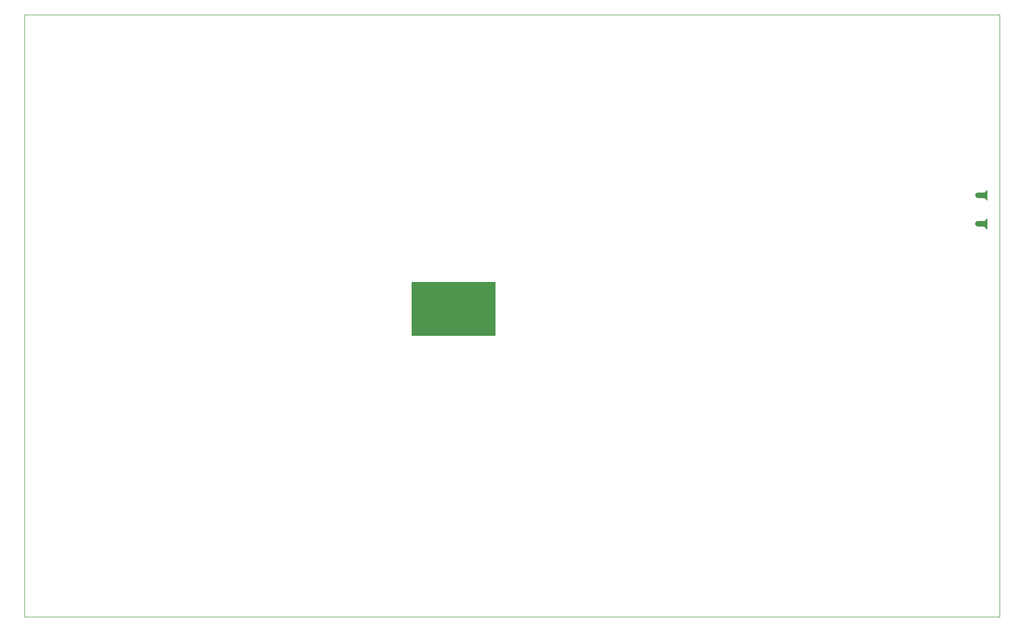
<source format=gbr>
G04*
G04 #@! TF.GenerationSoftware,Altium Limited,Altium Designer,24.9.1 (31)*
G04*
G04 Layer_Color=0*
%FSLAX44Y44*%
%MOMM*%
G71*
G04*
G04 #@! TF.SameCoordinates,58564934-83CB-4443-A129-65336E2EC8F8*
G04*
G04*
G04 #@! TF.FilePolarity,Positive*
G04*
G01*
G75*
%ADD245C,0.0254*%
G36*
X1604540Y693215D02*
X1599540Y698215D01*
X1588540D01*
X1588300Y698225D01*
X1588070Y698235D01*
X1587840Y698275D01*
X1587600Y698315D01*
X1587380Y698365D01*
X1587150Y698435D01*
X1586930Y698515D01*
X1586710Y698605D01*
X1586500Y698705D01*
X1586290Y698815D01*
X1585890Y699075D01*
X1585710Y699215D01*
X1585530Y699375D01*
X1585360Y699535D01*
X1585200Y699705D01*
X1585040Y699885D01*
X1584900Y700065D01*
X1584640Y700465D01*
X1584530Y700675D01*
X1584430Y700885D01*
X1584340Y701105D01*
X1584260Y701325D01*
X1584190Y701555D01*
X1584140Y701775D01*
X1584100Y702015D01*
X1584060Y702245D01*
X1584050Y702475D01*
X1584040Y702715D01*
Y703155D01*
X1584060Y703395D01*
X1584100Y703625D01*
X1584140Y703865D01*
X1584200Y704095D01*
X1584280Y704325D01*
X1584360Y704545D01*
X1584460Y704765D01*
X1584560Y704975D01*
X1584820Y705375D01*
X1584960Y705575D01*
X1585110Y705755D01*
X1585270Y705925D01*
X1585450Y706095D01*
X1585630Y706245D01*
X1585810Y706395D01*
X1586010Y706525D01*
X1586220Y706655D01*
X1586430Y706765D01*
X1586640Y706865D01*
X1586860Y706955D01*
X1587090Y707035D01*
X1587320Y707095D01*
X1587550Y707145D01*
X1587790Y707185D01*
X1588030Y707205D01*
X1588260Y707215D01*
X1599540D01*
X1604540Y712215D01*
Y693215D01*
D02*
G37*
G36*
Y645715D02*
X1599540Y650715D01*
X1588260D01*
X1588030Y650725D01*
X1587790Y650745D01*
X1587550Y650785D01*
X1587320Y650835D01*
X1587090Y650895D01*
X1586860Y650975D01*
X1586640Y651065D01*
X1586430Y651165D01*
X1586220Y651275D01*
X1586010Y651405D01*
X1585810Y651535D01*
X1585630Y651685D01*
X1585450Y651835D01*
X1585270Y652005D01*
X1585110Y652175D01*
X1584960Y652355D01*
X1584820Y652555D01*
X1584560Y652955D01*
X1584460Y653165D01*
X1584360Y653385D01*
X1584280Y653605D01*
X1584200Y653835D01*
X1584140Y654065D01*
X1584100Y654305D01*
X1584060Y654535D01*
X1584040Y654775D01*
Y655215D01*
X1584050Y655455D01*
X1584060Y655685D01*
X1584100Y655915D01*
X1584140Y656155D01*
X1584190Y656375D01*
X1584260Y656605D01*
X1584340Y656825D01*
X1584430Y657045D01*
X1584530Y657255D01*
X1584640Y657465D01*
X1584900Y657865D01*
X1585040Y658045D01*
X1585200Y658225D01*
X1585360Y658395D01*
X1585530Y658555D01*
X1585710Y658715D01*
X1585890Y658855D01*
X1586290Y659115D01*
X1586500Y659225D01*
X1586710Y659325D01*
X1586930Y659415D01*
X1587150Y659495D01*
X1587380Y659565D01*
X1587600Y659615D01*
X1587840Y659655D01*
X1588070Y659695D01*
X1588300Y659705D01*
X1588540Y659715D01*
X1599540D01*
X1604540Y664715D01*
Y645715D01*
D02*
G37*
G36*
X784622Y467988D02*
X644622D01*
Y557988D01*
X784622D01*
Y467988D01*
D02*
G37*
D245*
X0Y0D02*
X1624838D01*
Y1003300D01*
X0D01*
Y0D01*
M02*

</source>
